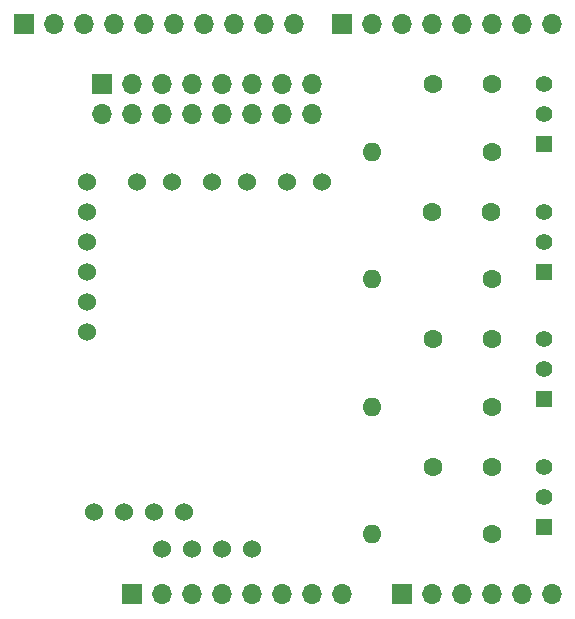
<source format=gbr>
%TF.GenerationSoftware,KiCad,Pcbnew,(7.0.0)*%
%TF.CreationDate,2023-09-07T10:01:15-05:00*%
%TF.ProjectId,AcousticSensor,41636f75-7374-4696-9353-656e736f722e,rev?*%
%TF.SameCoordinates,Original*%
%TF.FileFunction,Soldermask,Top*%
%TF.FilePolarity,Negative*%
%FSLAX46Y46*%
G04 Gerber Fmt 4.6, Leading zero omitted, Abs format (unit mm)*
G04 Created by KiCad (PCBNEW (7.0.0)) date 2023-09-07 10:01:15*
%MOMM*%
%LPD*%
G01*
G04 APERTURE LIST*
G04 Aperture macros list*
%AMRoundRect*
0 Rectangle with rounded corners*
0 $1 Rounding radius*
0 $2 $3 $4 $5 $6 $7 $8 $9 X,Y pos of 4 corners*
0 Add a 4 corners polygon primitive as box body*
4,1,4,$2,$3,$4,$5,$6,$7,$8,$9,$2,$3,0*
0 Add four circle primitives for the rounded corners*
1,1,$1+$1,$2,$3*
1,1,$1+$1,$4,$5*
1,1,$1+$1,$6,$7*
1,1,$1+$1,$8,$9*
0 Add four rect primitives between the rounded corners*
20,1,$1+$1,$2,$3,$4,$5,0*
20,1,$1+$1,$4,$5,$6,$7,0*
20,1,$1+$1,$6,$7,$8,$9,0*
20,1,$1+$1,$8,$9,$2,$3,0*%
G04 Aperture macros list end*
%ADD10R,1.700000X1.700000*%
%ADD11O,1.700000X1.700000*%
%ADD12C,1.524000*%
%ADD13RoundRect,0.102000X0.609000X-0.609000X0.609000X0.609000X-0.609000X0.609000X-0.609000X-0.609000X0*%
%ADD14C,1.422000*%
%ADD15C,1.600000*%
%ADD16O,1.600000X1.600000*%
G04 APERTURE END LIST*
D10*
%TO.C,JP3*%
X127939999Y-97459999D03*
D11*
X130479999Y-97459999D03*
X133019999Y-97459999D03*
X135559999Y-97459999D03*
X138099999Y-97459999D03*
X140639999Y-97459999D03*
X143179999Y-97459999D03*
X145719999Y-97459999D03*
%TD*%
D10*
%TO.C,JP4*%
X150799999Y-97459999D03*
D11*
X153339999Y-97459999D03*
X155879999Y-97459999D03*
X158419999Y-97459999D03*
X160959999Y-97459999D03*
X163499999Y-97459999D03*
%TD*%
%TO.C,JP2*%
X141655999Y-49199999D03*
X139115999Y-49199999D03*
X136575999Y-49199999D03*
X134035999Y-49199999D03*
X131495999Y-49199999D03*
X128955999Y-49199999D03*
X126415999Y-49199999D03*
X123875999Y-49199999D03*
X121335999Y-49199999D03*
D10*
X118795999Y-49199999D03*
%TD*%
%TO.C,JP13*%
X145719999Y-49199999D03*
D11*
X148259999Y-49199999D03*
X150799999Y-49199999D03*
X153339999Y-49199999D03*
X155879999Y-49199999D03*
X158419999Y-49199999D03*
X160959999Y-49199999D03*
X163499999Y-49199999D03*
%TD*%
D12*
%TO.C,REF\u002A\u002A*%
X124130000Y-62535000D03*
X124130000Y-65075000D03*
X124130000Y-67615000D03*
X124130000Y-70155000D03*
X124130000Y-72695000D03*
X124130000Y-75235000D03*
%TD*%
%TO.C,U2*%
X130480000Y-93650000D03*
X133020000Y-93650000D03*
X135560000Y-93650000D03*
X138100000Y-93650000D03*
%TD*%
%TO.C,U1*%
X124765000Y-90475000D03*
X127305000Y-90475000D03*
X129845000Y-90475000D03*
X132385000Y-90475000D03*
%TD*%
D13*
%TO.C,VR4*%
X162865000Y-91745000D03*
D14*
X162865000Y-89205000D03*
X162865000Y-86665000D03*
%TD*%
D13*
%TO.C,VR3*%
X162865000Y-80950000D03*
D14*
X162865000Y-78410000D03*
X162865000Y-75870000D03*
%TD*%
D13*
%TO.C,VR2*%
X162865000Y-70155000D03*
D14*
X162865000Y-67615000D03*
X162865000Y-65075000D03*
%TD*%
D13*
%TO.C,VR1*%
X162865000Y-59360000D03*
D14*
X162865000Y-56820000D03*
X162865000Y-54280000D03*
%TD*%
D12*
%TO.C,SW1*%
X141045000Y-62535000D03*
X144045000Y-62535000D03*
%TD*%
D15*
%TO.C,R4*%
X158420000Y-92380000D03*
D16*
X148259999Y-92379999D03*
%TD*%
D15*
%TO.C,R3*%
X158420000Y-81585000D03*
D16*
X148259999Y-81584999D03*
%TD*%
%TO.C,R2*%
X148259999Y-70789999D03*
D15*
X158420000Y-70790000D03*
%TD*%
D16*
%TO.C,R1*%
X148259999Y-59994999D03*
D15*
X158420000Y-59995000D03*
%TD*%
D11*
%TO.C,JP10*%
X143179999Y-56819999D03*
X143179999Y-54279999D03*
X140639999Y-56819999D03*
X140639999Y-54279999D03*
X138099999Y-56819999D03*
X138099999Y-54279999D03*
X135559999Y-56819999D03*
X135559999Y-54279999D03*
X133019999Y-56819999D03*
X133019999Y-54279999D03*
X130479999Y-56819999D03*
X130479999Y-54279999D03*
X127939999Y-56819999D03*
X127939999Y-54279999D03*
X125399999Y-56819999D03*
D10*
X125399999Y-54279999D03*
%TD*%
D15*
%TO.C,C4*%
X153420000Y-86665000D03*
X158420000Y-86665000D03*
%TD*%
%TO.C,C3*%
X153420000Y-75870000D03*
X158420000Y-75870000D03*
%TD*%
%TO.C,C2*%
X158380000Y-65075000D03*
X153380000Y-65075000D03*
%TD*%
%TO.C,C1*%
X158420000Y-54280000D03*
X153420000Y-54280000D03*
%TD*%
D12*
%TO.C,B2*%
X137695000Y-62535000D03*
X134695000Y-62535000D03*
%TD*%
%TO.C,B1*%
X128345000Y-62535000D03*
X131345000Y-62535000D03*
%TD*%
M02*

</source>
